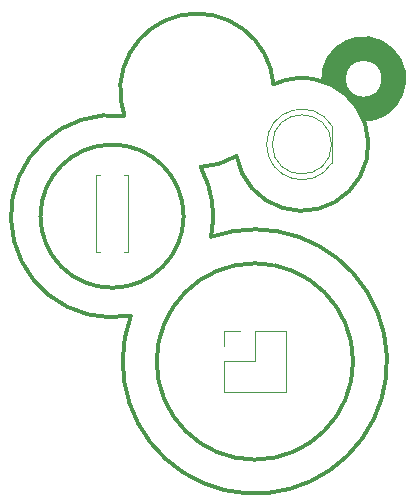
<source format=gbr>
G04 #@! TF.GenerationSoftware,KiCad,Pcbnew,(5.0.0)*
G04 #@! TF.CreationDate,2018-08-31T01:49:10-05:00*
G04 #@! TF.ProjectId,OSHWA Addon,4F53485741204164646F6E2E6B696361,rev?*
G04 #@! TF.SameCoordinates,Original*
G04 #@! TF.FileFunction,Legend,Top*
G04 #@! TF.FilePolarity,Positive*
%FSLAX46Y46*%
G04 Gerber Fmt 4.6, Leading zero omitted, Abs format (unit mm)*
G04 Created by KiCad (PCBNEW (5.0.0)) date 08/31/18 01:49:10*
%MOMM*%
%LPD*%
G01*
G04 APERTURE LIST*
%ADD10C,0.300000*%
%ADD11C,0.120000*%
%ADD12C,0.010000*%
G04 APERTURE END LIST*
D10*
X30990653Y-5068208D02*
G75*
G03X30990653Y-5068208I-1781018J0D01*
G01*
X18441391Y-11615666D02*
G75*
G02X15393359Y-12536443I-3346447J5572369D01*
G01*
X9511423Y-25107711D02*
G75*
G02X8962815Y-8198987I-1602108J8411281D01*
G01*
X13971815Y-16696430D02*
G75*
G03X13971815Y-16696430I-6062500J0D01*
G01*
X16297054Y-18443090D02*
G75*
G02X9511423Y-25107711I3702946J-10556910D01*
G01*
X25779354Y-5290871D02*
G75*
G02X29196802Y-8505684I3430281J222663D01*
G01*
X24948920Y-5080222D02*
G75*
G02X18447872Y-11611768I-963805J-5541814D01*
G01*
X21575378Y-5539341D02*
G75*
G02X25779354Y-5290870I2409737J-5082695D01*
G01*
X15462776Y-12663858D02*
G75*
G02X16291355Y-18445091I-7553461J-4032572D01*
G01*
X28312500Y-29000000D02*
G75*
G03X28312500Y-29000000I-8312500J0D01*
G01*
X8962815Y-8198986D02*
G75*
G02X21575378Y-5539341I6132129J2155689D01*
G01*
X30897135Y-5068208D02*
G75*
G03X30897135Y-5068208I-1687500J0D01*
G01*
D11*
G04 #@! TO.C,J1*
X17400000Y-31600000D02*
X22600000Y-31600000D01*
X17400000Y-29000000D02*
X17400000Y-31600000D01*
X22600000Y-26400000D02*
X22600000Y-31600000D01*
X17400000Y-29000000D02*
X20000000Y-29000000D01*
X20000000Y-29000000D02*
X20000000Y-26400000D01*
X20000000Y-26400000D02*
X22600000Y-26400000D01*
X17400000Y-27730000D02*
X17400000Y-26400000D01*
X17400000Y-26400000D02*
X18730000Y-26400000D01*
G04 #@! TO.C,D1*
X26545115Y-12167036D02*
X26545115Y-9077036D01*
X26485115Y-10622036D02*
G75*
G03X26485115Y-10622036I-2500000J0D01*
G01*
X20995115Y-10621574D02*
G75*
G03X26545115Y-12166866I2990000J-462D01*
G01*
X20995115Y-10622498D02*
G75*
G02X26545115Y-9077206I2990000J462D01*
G01*
G04 #@! TO.C,R1*
X6869315Y-19756430D02*
X6539315Y-19756430D01*
X6539315Y-19756430D02*
X6539315Y-13216430D01*
X6539315Y-13216430D02*
X6869315Y-13216430D01*
X8949315Y-19756430D02*
X9279315Y-19756430D01*
X9279315Y-19756430D02*
X9279315Y-13216430D01*
X9279315Y-13216430D02*
X8949315Y-13216430D01*
D12*
G04 #@! TO.C,G\002A\002A\002A*
G36*
X29867129Y-1647325D02*
X29992333Y-1674342D01*
X30258091Y-1757328D01*
X30556088Y-1883725D01*
X30857018Y-2038802D01*
X31131570Y-2207829D01*
X31296050Y-2329561D01*
X31638234Y-2656354D01*
X31944755Y-3041922D01*
X32203411Y-3466592D01*
X32402001Y-3910692D01*
X32516333Y-4297166D01*
X32566759Y-4621182D01*
X32589238Y-4987371D01*
X32583763Y-5361856D01*
X32550329Y-5710761D01*
X32516598Y-5894825D01*
X32357602Y-6414568D01*
X32129116Y-6893741D01*
X31836787Y-7326439D01*
X31486261Y-7706756D01*
X31083184Y-8028787D01*
X30633203Y-8286627D01*
X30141965Y-8474370D01*
X30017311Y-8508660D01*
X29823187Y-8550662D01*
X29626470Y-8581128D01*
X29467410Y-8593923D01*
X29457571Y-8594000D01*
X29232686Y-8594000D01*
X29137527Y-8371750D01*
X28854196Y-7804107D01*
X28506091Y-7265251D01*
X28102280Y-6764176D01*
X27651829Y-6309876D01*
X27163806Y-5911344D01*
X26647277Y-5577575D01*
X26111310Y-5317562D01*
X26023974Y-5283260D01*
X25674333Y-5150448D01*
X25674333Y-5119341D01*
X27477358Y-5119341D01*
X27505010Y-5459792D01*
X27595070Y-5786884D01*
X27745526Y-6090323D01*
X27954367Y-6359813D01*
X28219581Y-6585059D01*
X28539156Y-6755767D01*
X28608026Y-6781962D01*
X28865913Y-6840018D01*
X29160866Y-6852431D01*
X29459740Y-6820876D01*
X29729392Y-6747030D01*
X29788081Y-6722283D01*
X30101317Y-6534436D01*
X30361112Y-6290037D01*
X30563979Y-6000889D01*
X30706435Y-5678797D01*
X30784994Y-5335566D01*
X30796171Y-4983001D01*
X30736480Y-4632906D01*
X30602437Y-4297086D01*
X30537190Y-4184915D01*
X30350484Y-3943825D01*
X30116157Y-3720637D01*
X29863063Y-3541114D01*
X29747564Y-3479954D01*
X29610997Y-3422558D01*
X29484988Y-3388462D01*
X29338584Y-3372098D01*
X29140831Y-3367901D01*
X29124500Y-3367919D01*
X28924369Y-3372049D01*
X28778195Y-3387347D01*
X28655440Y-3419583D01*
X28525564Y-3474526D01*
X28503037Y-3485347D01*
X28346188Y-3578007D01*
X28172740Y-3705405D01*
X28031080Y-3829846D01*
X27788976Y-4120783D01*
X27617330Y-4439542D01*
X27514128Y-4775826D01*
X27477358Y-5119341D01*
X25674333Y-5119341D01*
X25674333Y-4928614D01*
X25706908Y-4540922D01*
X25800154Y-4124674D01*
X25947355Y-3702570D01*
X26141793Y-3297312D01*
X26173712Y-3240944D01*
X26287934Y-3075418D01*
X26452987Y-2877391D01*
X26651353Y-2664331D01*
X26865512Y-2453705D01*
X27077946Y-2262980D01*
X27271137Y-2109625D01*
X27382610Y-2035580D01*
X27828421Y-1820507D01*
X28314319Y-1672132D01*
X28825763Y-1592469D01*
X29348213Y-1583529D01*
X29867129Y-1647325D01*
X29867129Y-1647325D01*
G37*
X29867129Y-1647325D02*
X29992333Y-1674342D01*
X30258091Y-1757328D01*
X30556088Y-1883725D01*
X30857018Y-2038802D01*
X31131570Y-2207829D01*
X31296050Y-2329561D01*
X31638234Y-2656354D01*
X31944755Y-3041922D01*
X32203411Y-3466592D01*
X32402001Y-3910692D01*
X32516333Y-4297166D01*
X32566759Y-4621182D01*
X32589238Y-4987371D01*
X32583763Y-5361856D01*
X32550329Y-5710761D01*
X32516598Y-5894825D01*
X32357602Y-6414568D01*
X32129116Y-6893741D01*
X31836787Y-7326439D01*
X31486261Y-7706756D01*
X31083184Y-8028787D01*
X30633203Y-8286627D01*
X30141965Y-8474370D01*
X30017311Y-8508660D01*
X29823187Y-8550662D01*
X29626470Y-8581128D01*
X29467410Y-8593923D01*
X29457571Y-8594000D01*
X29232686Y-8594000D01*
X29137527Y-8371750D01*
X28854196Y-7804107D01*
X28506091Y-7265251D01*
X28102280Y-6764176D01*
X27651829Y-6309876D01*
X27163806Y-5911344D01*
X26647277Y-5577575D01*
X26111310Y-5317562D01*
X26023974Y-5283260D01*
X25674333Y-5150448D01*
X25674333Y-5119341D01*
X27477358Y-5119341D01*
X27505010Y-5459792D01*
X27595070Y-5786884D01*
X27745526Y-6090323D01*
X27954367Y-6359813D01*
X28219581Y-6585059D01*
X28539156Y-6755767D01*
X28608026Y-6781962D01*
X28865913Y-6840018D01*
X29160866Y-6852431D01*
X29459740Y-6820876D01*
X29729392Y-6747030D01*
X29788081Y-6722283D01*
X30101317Y-6534436D01*
X30361112Y-6290037D01*
X30563979Y-6000889D01*
X30706435Y-5678797D01*
X30784994Y-5335566D01*
X30796171Y-4983001D01*
X30736480Y-4632906D01*
X30602437Y-4297086D01*
X30537190Y-4184915D01*
X30350484Y-3943825D01*
X30116157Y-3720637D01*
X29863063Y-3541114D01*
X29747564Y-3479954D01*
X29610997Y-3422558D01*
X29484988Y-3388462D01*
X29338584Y-3372098D01*
X29140831Y-3367901D01*
X29124500Y-3367919D01*
X28924369Y-3372049D01*
X28778195Y-3387347D01*
X28655440Y-3419583D01*
X28525564Y-3474526D01*
X28503037Y-3485347D01*
X28346188Y-3578007D01*
X28172740Y-3705405D01*
X28031080Y-3829846D01*
X27788976Y-4120783D01*
X27617330Y-4439542D01*
X27514128Y-4775826D01*
X27477358Y-5119341D01*
X25674333Y-5119341D01*
X25674333Y-4928614D01*
X25706908Y-4540922D01*
X25800154Y-4124674D01*
X25947355Y-3702570D01*
X26141793Y-3297312D01*
X26173712Y-3240944D01*
X26287934Y-3075418D01*
X26452987Y-2877391D01*
X26651353Y-2664331D01*
X26865512Y-2453705D01*
X27077946Y-2262980D01*
X27271137Y-2109625D01*
X27382610Y-2035580D01*
X27828421Y-1820507D01*
X28314319Y-1672132D01*
X28825763Y-1592469D01*
X29348213Y-1583529D01*
X29867129Y-1647325D01*
G04 #@! TD*
M02*

</source>
